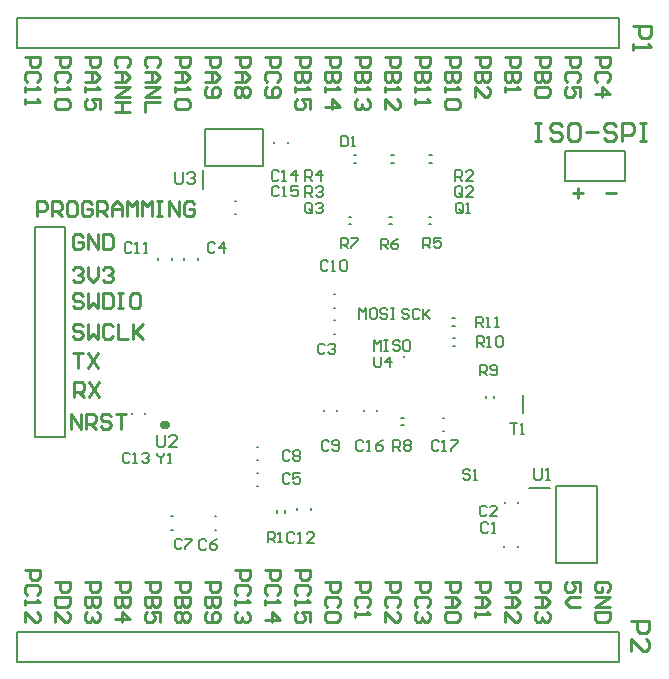
<source format=gto>
G04*
G04 #@! TF.GenerationSoftware,Altium Limited,Altium Designer,21.2.0 (30)*
G04*
G04 Layer_Color=65535*
%FSLAX25Y25*%
%MOIN*%
G70*
G04*
G04 #@! TF.SameCoordinates,77A29CB9-FCA2-4D4B-8533-71CC963FDA7C*
G04*
G04*
G04 #@! TF.FilePolarity,Positive*
G04*
G01*
G75*
%ADD10C,0.01000*%
%ADD11C,0.02756*%
%ADD12C,0.00787*%
%ADD13C,0.00800*%
%ADD14C,0.01000*%
D10*
X395897Y312800D02*
D03*
D11*
X316622Y290138D02*
X316032D01*
X316622D01*
D12*
X435544Y294121D02*
Y300223D01*
X425879Y299106D02*
Y299894D01*
X423320Y299106D02*
Y299894D01*
X446610Y269695D02*
X460390D01*
Y244105D02*
Y269695D01*
X446610Y244105D02*
X460390D01*
X446610D02*
Y269695D01*
X437653Y269203D02*
X444543D01*
X433995Y264187D02*
Y264580D01*
X429467Y264187D02*
Y264580D01*
X433964Y249603D02*
Y249997D01*
X429436Y249603D02*
Y249997D01*
X449700Y381600D02*
X469700D01*
X449700Y371600D02*
Y381600D01*
Y371600D02*
X469700D01*
Y381600D01*
X339603Y364964D02*
X339997D01*
X339603Y360436D02*
X339997D01*
X267000Y221300D02*
X467500D01*
Y211300D02*
Y221300D01*
X267000Y211300D02*
X467500D01*
X267000D02*
Y221300D01*
Y426000D02*
X467500D01*
Y416000D02*
Y426000D01*
X267000Y416000D02*
X467500D01*
X267000D02*
Y426000D01*
X357264Y384103D02*
Y384497D01*
X352736Y384103D02*
Y384497D01*
X328944Y368920D02*
Y375023D01*
X329554Y376401D02*
X348846D01*
Y388999D01*
X329554D02*
X348846D01*
X329554Y376401D02*
Y388999D01*
X391791Y377558D02*
X392579D01*
X391791Y380117D02*
X392579D01*
X379176Y377558D02*
X379963D01*
X379176Y380117D02*
X379963D01*
X404406Y377558D02*
X405194D01*
X404406Y380117D02*
X405194D01*
X404306Y357052D02*
X405094D01*
X404306Y359611D02*
X405094D01*
X391106Y357052D02*
X391894D01*
X391106Y359611D02*
X391894D01*
X377506Y357052D02*
X378294D01*
X377506Y359611D02*
X378294D01*
X333003Y259802D02*
X333397D01*
X333003Y255274D02*
X333397D01*
X318420Y255274D02*
X318813D01*
X318420Y259802D02*
X318813D01*
X305236Y293803D02*
Y294197D01*
X309764Y293803D02*
Y294197D01*
X356279Y260906D02*
Y261694D01*
X353720Y260906D02*
Y261694D01*
X364964Y262003D02*
Y262397D01*
X360436Y262003D02*
Y262397D01*
X327242Y345332D02*
Y345725D01*
X322714Y345332D02*
Y345725D01*
X314036Y345332D02*
Y345725D01*
X318564Y345332D02*
Y345725D01*
X412106Y325789D02*
X412894D01*
X412106Y323230D02*
X412894D01*
X412206Y316521D02*
X412994D01*
X412206Y319079D02*
X412994D01*
X395106Y290067D02*
X395894D01*
X395106Y292626D02*
X395894D01*
X372521Y333764D02*
X372914D01*
X372521Y329236D02*
X372914D01*
X372521Y320558D02*
X372914D01*
X372521Y325086D02*
X372914D01*
X408903Y292626D02*
X409297D01*
X408903Y288098D02*
X409297D01*
X382590Y294903D02*
Y295297D01*
X387117Y294903D02*
Y295297D01*
X373764Y294803D02*
Y295197D01*
X369236Y294803D02*
Y295197D01*
X346803Y278436D02*
X347197D01*
X346803Y282964D02*
X347197D01*
X346803Y269758D02*
X347197D01*
X346803Y274285D02*
X347197D01*
X272900Y356300D02*
X282900D01*
Y286300D02*
Y356300D01*
X272900Y286300D02*
X282900D01*
X272900D02*
Y356300D01*
D13*
X386084Y312949D02*
Y310034D01*
X386667Y309451D01*
X387834D01*
X388417Y310034D01*
Y312949D01*
X391333Y309451D02*
Y312949D01*
X389583Y311200D01*
X391916D01*
X381069Y325551D02*
Y329049D01*
X382235Y327883D01*
X383401Y329049D01*
Y325551D01*
X386317Y329049D02*
X385151D01*
X384567Y328466D01*
Y326134D01*
X385151Y325551D01*
X386317D01*
X386900Y326134D01*
Y328466D01*
X386317Y329049D01*
X390399Y328466D02*
X389816Y329049D01*
X388649D01*
X388066Y328466D01*
Y327883D01*
X388649Y327300D01*
X389816D01*
X390399Y326717D01*
Y326134D01*
X389816Y325551D01*
X388649D01*
X388066Y326134D01*
X391565Y329049D02*
X392731D01*
X392148D01*
Y325551D01*
X391565D01*
X392731D01*
X385877Y314951D02*
Y318449D01*
X387043Y317283D01*
X388210Y318449D01*
Y314951D01*
X389376Y318449D02*
X390542D01*
X389959D01*
Y314951D01*
X389376D01*
X390542D01*
X394624Y317866D02*
X394041Y318449D01*
X392875D01*
X392292Y317866D01*
Y317283D01*
X392875Y316700D01*
X394041D01*
X394624Y316117D01*
Y315534D01*
X394041Y314951D01*
X392875D01*
X392292Y315534D01*
X397540Y318449D02*
X396374D01*
X395790Y317866D01*
Y315534D01*
X396374Y314951D01*
X397540D01*
X398123Y315534D01*
Y317866D01*
X397540Y318449D01*
X397667Y328366D02*
X397084Y328949D01*
X395918D01*
X395335Y328366D01*
Y327783D01*
X395918Y327200D01*
X397084D01*
X397667Y326617D01*
Y326034D01*
X397084Y325451D01*
X395918D01*
X395335Y326034D01*
X401166Y328366D02*
X400583Y328949D01*
X399417D01*
X398834Y328366D01*
Y326034D01*
X399417Y325451D01*
X400583D01*
X401166Y326034D01*
X402333Y328949D02*
Y325451D01*
Y326617D01*
X404665Y328949D01*
X402916Y327200D01*
X404665Y325451D01*
X313767Y280849D02*
Y280266D01*
X314934Y279100D01*
X316100Y280266D01*
Y280849D01*
X314934Y279100D02*
Y277351D01*
X317266D02*
X318433D01*
X317849D01*
Y280849D01*
X317266Y280266D01*
X319568Y374599D02*
Y371267D01*
X320234Y370601D01*
X321567D01*
X322234Y371267D01*
Y374599D01*
X323567Y373933D02*
X324233Y374599D01*
X325566D01*
X326232Y373933D01*
Y373266D01*
X325566Y372600D01*
X324899D01*
X325566D01*
X326232Y371934D01*
Y371267D01*
X325566Y370601D01*
X324233D01*
X323567Y371267D01*
X313468Y286799D02*
Y283467D01*
X314134Y282801D01*
X315467D01*
X316134Y283467D01*
Y286799D01*
X320132Y282801D02*
X317466D01*
X320132Y285466D01*
Y286133D01*
X319466Y286799D01*
X318133D01*
X317466Y286133D01*
X439134Y275699D02*
Y272367D01*
X439801Y271701D01*
X441134D01*
X441800Y272367D01*
Y275699D01*
X443133Y271701D02*
X444466D01*
X443799D01*
Y275699D01*
X443133Y275033D01*
X431367Y290749D02*
X433700D01*
X432534D01*
Y287251D01*
X434866D02*
X436033D01*
X435449D01*
Y290749D01*
X434866Y290166D01*
X418000Y274866D02*
X417417Y275449D01*
X416251D01*
X415667Y274866D01*
Y274283D01*
X416251Y273700D01*
X417417D01*
X418000Y273117D01*
Y272534D01*
X417417Y271951D01*
X416251D01*
X415667Y272534D01*
X419166Y271951D02*
X420333D01*
X419749D01*
Y275449D01*
X419166Y274866D01*
X420010Y322851D02*
Y326349D01*
X421759D01*
X422342Y325766D01*
Y324600D01*
X421759Y324017D01*
X420010D01*
X421176D02*
X422342Y322851D01*
X423508D02*
X424675D01*
X424092D01*
Y326349D01*
X423508Y325766D01*
X426424Y322851D02*
X427590D01*
X427007D01*
Y326349D01*
X426424Y325766D01*
X420226Y316251D02*
Y319749D01*
X421976D01*
X422559Y319166D01*
Y318000D01*
X421976Y317417D01*
X420226D01*
X421393D02*
X422559Y316251D01*
X423725D02*
X424892D01*
X424308D01*
Y319749D01*
X423725Y319166D01*
X426641D02*
X427224Y319749D01*
X428390D01*
X428974Y319166D01*
Y316834D01*
X428390Y316251D01*
X427224D01*
X426641Y316834D01*
Y319166D01*
X421275Y306766D02*
Y310265D01*
X423024D01*
X423607Y309682D01*
Y308515D01*
X423024Y307932D01*
X421275D01*
X422441D02*
X423607Y306766D01*
X424774Y307349D02*
X425357Y306766D01*
X426523D01*
X427106Y307349D01*
Y309682D01*
X426523Y310265D01*
X425357D01*
X424774Y309682D01*
Y309098D01*
X425357Y308515D01*
X427106D01*
X392384Y281651D02*
Y285149D01*
X394134D01*
X394717Y284566D01*
Y283400D01*
X394134Y282817D01*
X392384D01*
X393551D02*
X394717Y281651D01*
X395883Y284566D02*
X396466Y285149D01*
X397633D01*
X398216Y284566D01*
Y283983D01*
X397633Y283400D01*
X398216Y282817D01*
Y282234D01*
X397633Y281651D01*
X396466D01*
X395883Y282234D01*
Y282817D01*
X396466Y283400D01*
X395883Y283983D01*
Y284566D01*
X396466Y283400D02*
X397633D01*
X374884Y349051D02*
Y352549D01*
X376634D01*
X377217Y351966D01*
Y350800D01*
X376634Y350217D01*
X374884D01*
X376051D02*
X377217Y349051D01*
X378383Y352549D02*
X380716D01*
Y351966D01*
X378383Y349634D01*
Y349051D01*
X388284Y348851D02*
Y352349D01*
X390034D01*
X390617Y351766D01*
Y350600D01*
X390034Y350017D01*
X388284D01*
X389451D02*
X390617Y348851D01*
X394116Y352349D02*
X392949Y351766D01*
X391783Y350600D01*
Y349434D01*
X392366Y348851D01*
X393533D01*
X394116Y349434D01*
Y350017D01*
X393533Y350600D01*
X391783D01*
X402384Y349151D02*
Y352649D01*
X404134D01*
X404717Y352066D01*
Y350900D01*
X404134Y350317D01*
X402384D01*
X403551D02*
X404717Y349151D01*
X408216Y352649D02*
X405883D01*
Y350900D01*
X407049Y351483D01*
X407633D01*
X408216Y350900D01*
Y349734D01*
X407633Y349151D01*
X406466D01*
X405883Y349734D01*
X363084Y371651D02*
Y375149D01*
X364834D01*
X365417Y374566D01*
Y373400D01*
X364834Y372817D01*
X363084D01*
X364251D02*
X365417Y371651D01*
X368333D02*
Y375149D01*
X366583Y373400D01*
X368916D01*
X363084Y366251D02*
Y369749D01*
X364834D01*
X365417Y369166D01*
Y368000D01*
X364834Y367417D01*
X363084D01*
X364251D02*
X365417Y366251D01*
X366583Y369166D02*
X367166Y369749D01*
X368333D01*
X368916Y369166D01*
Y368583D01*
X368333Y368000D01*
X367749D01*
X368333D01*
X368916Y367417D01*
Y366834D01*
X368333Y366251D01*
X367166D01*
X366583Y366834D01*
X413084Y371651D02*
Y375149D01*
X414834D01*
X415417Y374566D01*
Y373400D01*
X414834Y372817D01*
X413084D01*
X414251D02*
X415417Y371651D01*
X418916D02*
X416583D01*
X418916Y373983D01*
Y374566D01*
X418333Y375149D01*
X417166D01*
X416583Y374566D01*
X350467Y251051D02*
Y254549D01*
X352217D01*
X352800Y253966D01*
Y252800D01*
X352217Y252217D01*
X350467D01*
X351634D02*
X352800Y251051D01*
X353966D02*
X355133D01*
X354549D01*
Y254549D01*
X353966Y253966D01*
X365317Y361434D02*
Y363766D01*
X364734Y364349D01*
X363567D01*
X362984Y363766D01*
Y361434D01*
X363567Y360851D01*
X364734D01*
X364151Y362017D02*
X365317Y360851D01*
X364734D02*
X365317Y361434D01*
X366483Y363766D02*
X367066Y364349D01*
X368233D01*
X368816Y363766D01*
Y363183D01*
X368233Y362600D01*
X367649D01*
X368233D01*
X368816Y362017D01*
Y361434D01*
X368233Y360851D01*
X367066D01*
X366483Y361434D01*
X415417Y366834D02*
Y369166D01*
X414834Y369749D01*
X413667D01*
X413084Y369166D01*
Y366834D01*
X413667Y366251D01*
X414834D01*
X414251Y367417D02*
X415417Y366251D01*
X414834D02*
X415417Y366834D01*
X418916Y366251D02*
X416583D01*
X418916Y368583D01*
Y369166D01*
X418333Y369749D01*
X417166D01*
X416583Y369166D01*
X415500Y361434D02*
Y363766D01*
X414917Y364349D01*
X413751D01*
X413167Y363766D01*
Y361434D01*
X413751Y360851D01*
X414917D01*
X414334Y362017D02*
X415500Y360851D01*
X414917D02*
X415500Y361434D01*
X416666Y360851D02*
X417833D01*
X417249D01*
Y364349D01*
X416666Y363766D01*
X374967Y386549D02*
Y383051D01*
X376717D01*
X377300Y383634D01*
Y385966D01*
X376717Y386549D01*
X374967D01*
X378466Y383051D02*
X379633D01*
X379049D01*
Y386549D01*
X378466Y385966D01*
X407559Y284566D02*
X406976Y285149D01*
X405810D01*
X405226Y284566D01*
Y282234D01*
X405810Y281651D01*
X406976D01*
X407559Y282234D01*
X408725Y281651D02*
X409892D01*
X409308D01*
Y285149D01*
X408725Y284566D01*
X411641Y285149D02*
X413974D01*
Y284566D01*
X411641Y282234D01*
Y281651D01*
X382412Y284566D02*
X381829Y285149D01*
X380663D01*
X380080Y284566D01*
Y282234D01*
X380663Y281651D01*
X381829D01*
X382412Y282234D01*
X383579Y281651D02*
X384745D01*
X384162D01*
Y285149D01*
X383579Y284566D01*
X388827Y285149D02*
X387661Y284566D01*
X386494Y283400D01*
Y282234D01*
X387077Y281651D01*
X388244D01*
X388827Y282234D01*
Y282817D01*
X388244Y283400D01*
X386494D01*
X354359Y369266D02*
X353776Y369849D01*
X352610D01*
X352026Y369266D01*
Y366934D01*
X352610Y366351D01*
X353776D01*
X354359Y366934D01*
X355525Y366351D02*
X356692D01*
X356108D01*
Y369849D01*
X355525Y369266D01*
X360774Y369849D02*
X358441D01*
Y368100D01*
X359607Y368683D01*
X360190D01*
X360774Y368100D01*
Y366934D01*
X360190Y366351D01*
X359024D01*
X358441Y366934D01*
X354159Y374566D02*
X353576Y375149D01*
X352410D01*
X351826Y374566D01*
Y372234D01*
X352410Y371651D01*
X353576D01*
X354159Y372234D01*
X355325Y371651D02*
X356492D01*
X355908D01*
Y375149D01*
X355325Y374566D01*
X359990Y371651D02*
Y375149D01*
X358241Y373400D01*
X360574D01*
X304559Y280366D02*
X303976Y280949D01*
X302810D01*
X302226Y280366D01*
Y278034D01*
X302810Y277451D01*
X303976D01*
X304559Y278034D01*
X305725Y277451D02*
X306892D01*
X306308D01*
Y280949D01*
X305725Y280366D01*
X308641D02*
X309224Y280949D01*
X310390D01*
X310974Y280366D01*
Y279783D01*
X310390Y279200D01*
X309807D01*
X310390D01*
X310974Y278617D01*
Y278034D01*
X310390Y277451D01*
X309224D01*
X308641Y278034D01*
X359459Y253866D02*
X358876Y254449D01*
X357710D01*
X357126Y253866D01*
Y251534D01*
X357710Y250951D01*
X358876D01*
X359459Y251534D01*
X360625Y250951D02*
X361792D01*
X361208D01*
Y254449D01*
X360625Y253866D01*
X365874Y250951D02*
X363541D01*
X365874Y253283D01*
Y253866D01*
X365290Y254449D01*
X364124D01*
X363541Y253866D01*
X305142Y350466D02*
X304559Y351049D01*
X303393D01*
X302810Y350466D01*
Y348134D01*
X303393Y347551D01*
X304559D01*
X305142Y348134D01*
X306308Y347551D02*
X307475D01*
X306892D01*
Y351049D01*
X306308Y350466D01*
X309224Y347551D02*
X310390D01*
X309807D01*
Y351049D01*
X309224Y350466D01*
X370659Y344566D02*
X370076Y345149D01*
X368910D01*
X368326Y344566D01*
Y342234D01*
X368910Y341651D01*
X370076D01*
X370659Y342234D01*
X371825Y341651D02*
X372992D01*
X372408D01*
Y345149D01*
X371825Y344566D01*
X374741D02*
X375324Y345149D01*
X376490D01*
X377074Y344566D01*
Y342234D01*
X376490Y341651D01*
X375324D01*
X374741Y342234D01*
Y344566D01*
X370917Y284566D02*
X370334Y285149D01*
X369167D01*
X368584Y284566D01*
Y282234D01*
X369167Y281651D01*
X370334D01*
X370917Y282234D01*
X372083D02*
X372666Y281651D01*
X373833D01*
X374416Y282234D01*
Y284566D01*
X373833Y285149D01*
X372666D01*
X372083Y284566D01*
Y283983D01*
X372666Y283400D01*
X374416D01*
X357917Y281166D02*
X357334Y281749D01*
X356167D01*
X355584Y281166D01*
Y278834D01*
X356167Y278251D01*
X357334D01*
X357917Y278834D01*
X359083Y281166D02*
X359666Y281749D01*
X360833D01*
X361416Y281166D01*
Y280583D01*
X360833Y280000D01*
X361416Y279417D01*
Y278834D01*
X360833Y278251D01*
X359666D01*
X359083Y278834D01*
Y279417D01*
X359666Y280000D01*
X359083Y280583D01*
Y281166D01*
X359666Y280000D02*
X360833D01*
X321917Y251766D02*
X321334Y252349D01*
X320167D01*
X319584Y251766D01*
Y249434D01*
X320167Y248851D01*
X321334D01*
X321917Y249434D01*
X323083Y252349D02*
X325416D01*
Y251766D01*
X323083Y249434D01*
Y248851D01*
X330117Y251566D02*
X329534Y252149D01*
X328367D01*
X327784Y251566D01*
Y249234D01*
X328367Y248651D01*
X329534D01*
X330117Y249234D01*
X333616Y252149D02*
X332449Y251566D01*
X331283Y250400D01*
Y249234D01*
X331866Y248651D01*
X333033D01*
X333616Y249234D01*
Y249817D01*
X333033Y250400D01*
X331283D01*
X357917Y273466D02*
X357334Y274049D01*
X356167D01*
X355584Y273466D01*
Y271134D01*
X356167Y270551D01*
X357334D01*
X357917Y271134D01*
X361416Y274049D02*
X359083D01*
Y272300D01*
X360249Y272883D01*
X360833D01*
X361416Y272300D01*
Y271134D01*
X360833Y270551D01*
X359666D01*
X359083Y271134D01*
X333017Y350466D02*
X332434Y351049D01*
X331267D01*
X330684Y350466D01*
Y348134D01*
X331267Y347551D01*
X332434D01*
X333017Y348134D01*
X335933Y347551D02*
Y351049D01*
X334183Y349300D01*
X336516D01*
X369617Y316766D02*
X369034Y317349D01*
X367867D01*
X367284Y316766D01*
Y314434D01*
X367867Y313851D01*
X369034D01*
X369617Y314434D01*
X370783Y316766D02*
X371366Y317349D01*
X372533D01*
X373116Y316766D01*
Y316183D01*
X372533Y315600D01*
X371949D01*
X372533D01*
X373116Y315017D01*
Y314434D01*
X372533Y313851D01*
X371366D01*
X370783Y314434D01*
X423517Y262766D02*
X422934Y263349D01*
X421767D01*
X421184Y262766D01*
Y260434D01*
X421767Y259851D01*
X422934D01*
X423517Y260434D01*
X427016Y259851D02*
X424683D01*
X427016Y262183D01*
Y262766D01*
X426433Y263349D01*
X425266D01*
X424683Y262766D01*
X424100Y257166D02*
X423517Y257749D01*
X422351D01*
X421767Y257166D01*
Y254834D01*
X422351Y254251D01*
X423517D01*
X424100Y254834D01*
X425266Y254251D02*
X426433D01*
X425849D01*
Y257749D01*
X425266Y257166D01*
D14*
X463665Y234668D02*
X464498Y235501D01*
Y237167D01*
X463665Y238000D01*
X460333D01*
X459500Y237167D01*
Y235501D01*
X460333Y234668D01*
X461999D01*
Y236334D01*
X459500Y233002D02*
X464498D01*
X459500Y229669D01*
X464498D01*
Y228003D02*
X459500D01*
Y225504D01*
X460333Y224671D01*
X463665D01*
X464498Y225504D01*
Y228003D01*
X454498Y234668D02*
Y238000D01*
X451999D01*
X452832Y236334D01*
Y235501D01*
X451999Y234668D01*
X450333D01*
X449500Y235501D01*
Y237167D01*
X450333Y238000D01*
X454498Y233002D02*
X451166D01*
X449500Y231335D01*
X451166Y229669D01*
X454498D01*
X463300Y367600D02*
X466632D01*
X452400Y367566D02*
X455732D01*
X454066Y369232D02*
Y365900D01*
X284900Y289000D02*
Y293998D01*
X288232Y289000D01*
Y293998D01*
X289898Y289000D02*
Y293998D01*
X292398D01*
X293231Y293165D01*
Y291499D01*
X292398Y290666D01*
X289898D01*
X291564D02*
X293231Y289000D01*
X298229Y293165D02*
X297396Y293998D01*
X295730D01*
X294897Y293165D01*
Y292332D01*
X295730Y291499D01*
X297396D01*
X298229Y290666D01*
Y289833D01*
X297396Y289000D01*
X295730D01*
X294897Y289833D01*
X299895Y293998D02*
X303227D01*
X301561D01*
Y289000D01*
X286100Y299400D02*
Y304398D01*
X288599D01*
X289432Y303565D01*
Y301899D01*
X288599Y301066D01*
X286100D01*
X287766D02*
X289432Y299400D01*
X291098Y304398D02*
X294431Y299400D01*
Y304398D02*
X291098Y299400D01*
X285700Y314098D02*
X289032D01*
X287366D01*
Y309100D01*
X290698Y314098D02*
X294031Y309100D01*
Y314098D02*
X290698Y309100D01*
X288832Y323165D02*
X287999Y323998D01*
X286333D01*
X285500Y323165D01*
Y322332D01*
X286333Y321499D01*
X287999D01*
X288832Y320666D01*
Y319833D01*
X287999Y319000D01*
X286333D01*
X285500Y319833D01*
X290498Y323998D02*
Y319000D01*
X292164Y320666D01*
X293831Y319000D01*
Y323998D01*
X298829Y323165D02*
X297996Y323998D01*
X296330D01*
X295497Y323165D01*
Y319833D01*
X296330Y319000D01*
X297996D01*
X298829Y319833D01*
X300495Y323998D02*
Y319000D01*
X303827D01*
X305493Y323998D02*
Y319000D01*
Y320666D01*
X308826Y323998D01*
X306327Y321499D01*
X308826Y319000D01*
X288832Y333265D02*
X287999Y334098D01*
X286333D01*
X285500Y333265D01*
Y332432D01*
X286333Y331599D01*
X287999D01*
X288832Y330766D01*
Y329933D01*
X287999Y329100D01*
X286333D01*
X285500Y329933D01*
X290498Y334098D02*
Y329100D01*
X292164Y330766D01*
X293831Y329100D01*
Y334098D01*
X295497D02*
Y329100D01*
X297996D01*
X298829Y329933D01*
Y333265D01*
X297996Y334098D01*
X295497D01*
X300495D02*
X302161D01*
X301328D01*
Y329100D01*
X300495D01*
X302161D01*
X307160Y334098D02*
X305493D01*
X304661Y333265D01*
Y329933D01*
X305493Y329100D01*
X307160D01*
X307993Y329933D01*
Y333265D01*
X307160Y334098D01*
X285500Y341965D02*
X286333Y342798D01*
X287999D01*
X288832Y341965D01*
Y341132D01*
X287999Y340299D01*
X287166D01*
X287999D01*
X288832Y339466D01*
Y338633D01*
X287999Y337800D01*
X286333D01*
X285500Y338633D01*
X290498Y342798D02*
Y339466D01*
X292164Y337800D01*
X293831Y339466D01*
Y342798D01*
X295497Y341965D02*
X296330Y342798D01*
X297996D01*
X298829Y341965D01*
Y341132D01*
X297996Y340299D01*
X297163D01*
X297996D01*
X298829Y339466D01*
Y338633D01*
X297996Y337800D01*
X296330D01*
X295497Y338633D01*
X288932Y352865D02*
X288099Y353698D01*
X286433D01*
X285600Y352865D01*
Y349533D01*
X286433Y348700D01*
X288099D01*
X288932Y349533D01*
Y351199D01*
X287266D01*
X290598Y348700D02*
Y353698D01*
X293931Y348700D01*
Y353698D01*
X295597D02*
Y348700D01*
X298096D01*
X298929Y349533D01*
Y352865D01*
X298096Y353698D01*
X295597D01*
X439500Y238000D02*
X444498D01*
Y235501D01*
X443665Y234668D01*
X441999D01*
X441166Y235501D01*
Y238000D01*
X439500Y233002D02*
X442832D01*
X444498Y231335D01*
X442832Y229669D01*
X439500D01*
X441999D01*
Y233002D01*
X443665Y228003D02*
X444498Y227170D01*
Y225504D01*
X443665Y224671D01*
X442832D01*
X441999Y225504D01*
Y226337D01*
Y225504D01*
X441166Y224671D01*
X440333D01*
X439500Y225504D01*
Y227170D01*
X440333Y228003D01*
X429500Y238000D02*
X434498D01*
Y235501D01*
X433665Y234668D01*
X431999D01*
X431166Y235501D01*
Y238000D01*
X429500Y233002D02*
X432832D01*
X434498Y231335D01*
X432832Y229669D01*
X429500D01*
X431999D01*
Y233002D01*
X429500Y224671D02*
Y228003D01*
X432832Y224671D01*
X433665D01*
X434498Y225504D01*
Y227170D01*
X433665Y228003D01*
X419500Y238000D02*
X424498D01*
Y235501D01*
X423665Y234668D01*
X421999D01*
X421166Y235501D01*
Y238000D01*
X419500Y233002D02*
X422832D01*
X424498Y231335D01*
X422832Y229669D01*
X419500D01*
X421999D01*
Y233002D01*
X419500Y228003D02*
Y226337D01*
Y227170D01*
X424498D01*
X423665Y228003D01*
X409500Y238000D02*
X414498D01*
Y235501D01*
X413665Y234668D01*
X411999D01*
X411166Y235501D01*
Y238000D01*
X409500Y233002D02*
X412832D01*
X414498Y231335D01*
X412832Y229669D01*
X409500D01*
X411999D01*
Y233002D01*
X413665Y228003D02*
X414498Y227170D01*
Y225504D01*
X413665Y224671D01*
X410333D01*
X409500Y225504D01*
Y227170D01*
X410333Y228003D01*
X413665D01*
X399500Y238000D02*
X404498D01*
Y235501D01*
X403665Y234668D01*
X401999D01*
X401166Y235501D01*
Y238000D01*
X403665Y229669D02*
X404498Y230502D01*
Y232169D01*
X403665Y233002D01*
X400333D01*
X399500Y232169D01*
Y230502D01*
X400333Y229669D01*
X403665Y228003D02*
X404498Y227170D01*
Y225504D01*
X403665Y224671D01*
X402832D01*
X401999Y225504D01*
Y226337D01*
Y225504D01*
X401166Y224671D01*
X400333D01*
X399500Y225504D01*
Y227170D01*
X400333Y228003D01*
X389500Y238000D02*
X394498D01*
Y235501D01*
X393665Y234668D01*
X391999D01*
X391166Y235501D01*
Y238000D01*
X393665Y229669D02*
X394498Y230502D01*
Y232169D01*
X393665Y233002D01*
X390333D01*
X389500Y232169D01*
Y230502D01*
X390333Y229669D01*
X389500Y224671D02*
Y228003D01*
X392832Y224671D01*
X393665D01*
X394498Y225504D01*
Y227170D01*
X393665Y228003D01*
X379500Y238000D02*
X384498D01*
Y235501D01*
X383665Y234668D01*
X381999D01*
X381166Y235501D01*
Y238000D01*
X383665Y229669D02*
X384498Y230502D01*
Y232169D01*
X383665Y233002D01*
X380333D01*
X379500Y232169D01*
Y230502D01*
X380333Y229669D01*
X379500Y228003D02*
Y226337D01*
Y227170D01*
X384498D01*
X383665Y228003D01*
X369500Y238000D02*
X374498D01*
Y235501D01*
X373665Y234668D01*
X371999D01*
X371166Y235501D01*
Y238000D01*
X373665Y229669D02*
X374498Y230502D01*
Y232169D01*
X373665Y233002D01*
X370333D01*
X369500Y232169D01*
Y230502D01*
X370333Y229669D01*
X373665Y228003D02*
X374498Y227170D01*
Y225504D01*
X373665Y224671D01*
X370333D01*
X369500Y225504D01*
Y227170D01*
X370333Y228003D01*
X373665D01*
X359500Y242000D02*
X364498D01*
Y239501D01*
X363665Y238668D01*
X361999D01*
X361166Y239501D01*
Y242000D01*
X363665Y233669D02*
X364498Y234502D01*
Y236169D01*
X363665Y237002D01*
X360333D01*
X359500Y236169D01*
Y234502D01*
X360333Y233669D01*
X359500Y232003D02*
Y230337D01*
Y231170D01*
X364498D01*
X363665Y232003D01*
X364498Y224506D02*
Y227838D01*
X361999D01*
X362832Y226172D01*
Y225339D01*
X361999Y224506D01*
X360333D01*
X359500Y225339D01*
Y227005D01*
X360333Y227838D01*
X349500Y242000D02*
X354498D01*
Y239501D01*
X353665Y238668D01*
X351999D01*
X351166Y239501D01*
Y242000D01*
X353665Y233669D02*
X354498Y234502D01*
Y236169D01*
X353665Y237002D01*
X350333D01*
X349500Y236169D01*
Y234502D01*
X350333Y233669D01*
X349500Y232003D02*
Y230337D01*
Y231170D01*
X354498D01*
X353665Y232003D01*
X349500Y225339D02*
X354498D01*
X351999Y227838D01*
Y224506D01*
X339500Y242000D02*
X344498D01*
Y239501D01*
X343665Y238668D01*
X341999D01*
X341166Y239501D01*
Y242000D01*
X343665Y233669D02*
X344498Y234502D01*
Y236169D01*
X343665Y237002D01*
X340333D01*
X339500Y236169D01*
Y234502D01*
X340333Y233669D01*
X339500Y232003D02*
Y230337D01*
Y231170D01*
X344498D01*
X343665Y232003D01*
Y227838D02*
X344498Y227005D01*
Y225339D01*
X343665Y224506D01*
X342832D01*
X341999Y225339D01*
Y226172D01*
Y225339D01*
X341166Y224506D01*
X340333D01*
X339500Y225339D01*
Y227005D01*
X340333Y227838D01*
X329500Y238000D02*
X334498D01*
Y235501D01*
X333665Y234668D01*
X331999D01*
X331166Y235501D01*
Y238000D01*
X334498Y233002D02*
X329500D01*
Y230502D01*
X330333Y229669D01*
X331166D01*
X331999Y230502D01*
Y233002D01*
Y230502D01*
X332832Y229669D01*
X333665D01*
X334498Y230502D01*
Y233002D01*
X330333Y228003D02*
X329500Y227170D01*
Y225504D01*
X330333Y224671D01*
X333665D01*
X334498Y225504D01*
Y227170D01*
X333665Y228003D01*
X332832D01*
X331999Y227170D01*
Y224671D01*
X319500Y238000D02*
X324498D01*
Y235501D01*
X323665Y234668D01*
X321999D01*
X321166Y235501D01*
Y238000D01*
X324498Y233002D02*
X319500D01*
Y230502D01*
X320333Y229669D01*
X321166D01*
X321999Y230502D01*
Y233002D01*
Y230502D01*
X322832Y229669D01*
X323665D01*
X324498Y230502D01*
Y233002D01*
X323665Y228003D02*
X324498Y227170D01*
Y225504D01*
X323665Y224671D01*
X322832D01*
X321999Y225504D01*
X321166Y224671D01*
X320333D01*
X319500Y225504D01*
Y227170D01*
X320333Y228003D01*
X321166D01*
X321999Y227170D01*
X322832Y228003D01*
X323665D01*
X321999Y227170D02*
Y225504D01*
X309500Y238000D02*
X314498D01*
Y235501D01*
X313665Y234668D01*
X311999D01*
X311166Y235501D01*
Y238000D01*
X314498Y233002D02*
X309500D01*
Y230502D01*
X310333Y229669D01*
X311166D01*
X311999Y230502D01*
Y233002D01*
Y230502D01*
X312832Y229669D01*
X313665D01*
X314498Y230502D01*
Y233002D01*
Y224671D02*
Y228003D01*
X311999D01*
X312832Y226337D01*
Y225504D01*
X311999Y224671D01*
X310333D01*
X309500Y225504D01*
Y227170D01*
X310333Y228003D01*
X299500Y238000D02*
X304498D01*
Y235501D01*
X303665Y234668D01*
X301999D01*
X301166Y235501D01*
Y238000D01*
X304498Y233002D02*
X299500D01*
Y230502D01*
X300333Y229669D01*
X301166D01*
X301999Y230502D01*
Y233002D01*
Y230502D01*
X302832Y229669D01*
X303665D01*
X304498Y230502D01*
Y233002D01*
X299500Y225504D02*
X304498D01*
X301999Y228003D01*
Y224671D01*
X289500Y238000D02*
X294498D01*
Y235501D01*
X293665Y234668D01*
X291999D01*
X291166Y235501D01*
Y238000D01*
X294498Y233002D02*
X289500D01*
Y230502D01*
X290333Y229669D01*
X291166D01*
X291999Y230502D01*
Y233002D01*
Y230502D01*
X292832Y229669D01*
X293665D01*
X294498Y230502D01*
Y233002D01*
X293665Y228003D02*
X294498Y227170D01*
Y225504D01*
X293665Y224671D01*
X292832D01*
X291999Y225504D01*
Y226337D01*
Y225504D01*
X291166Y224671D01*
X290333D01*
X289500Y225504D01*
Y227170D01*
X290333Y228003D01*
X279500Y238000D02*
X284498D01*
Y235501D01*
X283665Y234668D01*
X281999D01*
X281166Y235501D01*
Y238000D01*
X284498Y233002D02*
X279500D01*
Y230502D01*
X280333Y229669D01*
X283665D01*
X284498Y230502D01*
Y233002D01*
X279500Y224671D02*
Y228003D01*
X282832Y224671D01*
X283665D01*
X284498Y225504D01*
Y227170D01*
X283665Y228003D01*
X269500Y242000D02*
X274498D01*
Y239501D01*
X273665Y238668D01*
X271999D01*
X271166Y239501D01*
Y242000D01*
X273665Y233669D02*
X274498Y234502D01*
Y236169D01*
X273665Y237002D01*
X270333D01*
X269500Y236169D01*
Y234502D01*
X270333Y233669D01*
X269500Y232003D02*
Y230337D01*
Y231170D01*
X274498D01*
X273665Y232003D01*
X269500Y224506D02*
Y227838D01*
X272832Y224506D01*
X273665D01*
X274498Y225339D01*
Y227005D01*
X273665Y227838D01*
X459500Y413000D02*
X464498D01*
Y410501D01*
X463665Y409668D01*
X461999D01*
X461166Y410501D01*
Y413000D01*
X463665Y404669D02*
X464498Y405502D01*
Y407169D01*
X463665Y408002D01*
X460333D01*
X459500Y407169D01*
Y405502D01*
X460333Y404669D01*
X459500Y400504D02*
X464498D01*
X461999Y403003D01*
Y399671D01*
X449500Y413000D02*
X454498D01*
Y410501D01*
X453665Y409668D01*
X451999D01*
X451166Y410501D01*
Y413000D01*
X453665Y404669D02*
X454498Y405502D01*
Y407169D01*
X453665Y408002D01*
X450333D01*
X449500Y407169D01*
Y405502D01*
X450333Y404669D01*
X454498Y399671D02*
Y403003D01*
X451999D01*
X452832Y401337D01*
Y400504D01*
X451999Y399671D01*
X450333D01*
X449500Y400504D01*
Y402170D01*
X450333Y403003D01*
X439500Y413000D02*
X444498D01*
Y410501D01*
X443665Y409668D01*
X441999D01*
X441166Y410501D01*
Y413000D01*
X444498Y408002D02*
X439500D01*
Y405502D01*
X440333Y404669D01*
X441166D01*
X441999Y405502D01*
Y408002D01*
Y405502D01*
X442832Y404669D01*
X443665D01*
X444498Y405502D01*
Y408002D01*
X443665Y403003D02*
X444498Y402170D01*
Y400504D01*
X443665Y399671D01*
X440333D01*
X439500Y400504D01*
Y402170D01*
X440333Y403003D01*
X443665D01*
X429500Y413000D02*
X434498D01*
Y410501D01*
X433665Y409668D01*
X431999D01*
X431166Y410501D01*
Y413000D01*
X434498Y408002D02*
X429500D01*
Y405502D01*
X430333Y404669D01*
X431166D01*
X431999Y405502D01*
Y408002D01*
Y405502D01*
X432832Y404669D01*
X433665D01*
X434498Y405502D01*
Y408002D01*
X429500Y403003D02*
Y401337D01*
Y402170D01*
X434498D01*
X433665Y403003D01*
X419500Y413000D02*
X424498D01*
Y410501D01*
X423665Y409668D01*
X421999D01*
X421166Y410501D01*
Y413000D01*
X424498Y408002D02*
X419500D01*
Y405502D01*
X420333Y404669D01*
X421166D01*
X421999Y405502D01*
Y408002D01*
Y405502D01*
X422832Y404669D01*
X423665D01*
X424498Y405502D01*
Y408002D01*
X419500Y399671D02*
Y403003D01*
X422832Y399671D01*
X423665D01*
X424498Y400504D01*
Y402170D01*
X423665Y403003D01*
X409500Y413000D02*
X414498D01*
Y410501D01*
X413665Y409668D01*
X411999D01*
X411166Y410501D01*
Y413000D01*
X414498Y408002D02*
X409500D01*
Y405502D01*
X410333Y404669D01*
X411166D01*
X411999Y405502D01*
Y408002D01*
Y405502D01*
X412832Y404669D01*
X413665D01*
X414498Y405502D01*
Y408002D01*
X409500Y403003D02*
Y401337D01*
Y402170D01*
X414498D01*
X413665Y403003D01*
Y398838D02*
X414498Y398005D01*
Y396339D01*
X413665Y395506D01*
X410333D01*
X409500Y396339D01*
Y398005D01*
X410333Y398838D01*
X413665D01*
X399500Y413000D02*
X404498D01*
Y410501D01*
X403665Y409668D01*
X401999D01*
X401166Y410501D01*
Y413000D01*
X404498Y408002D02*
X399500D01*
Y405502D01*
X400333Y404669D01*
X401166D01*
X401999Y405502D01*
Y408002D01*
Y405502D01*
X402832Y404669D01*
X403665D01*
X404498Y405502D01*
Y408002D01*
X399500Y403003D02*
Y401337D01*
Y402170D01*
X404498D01*
X403665Y403003D01*
X399500Y398838D02*
Y397172D01*
Y398005D01*
X404498D01*
X403665Y398838D01*
X389500Y413000D02*
X394498D01*
Y410501D01*
X393665Y409668D01*
X391999D01*
X391166Y410501D01*
Y413000D01*
X394498Y408002D02*
X389500D01*
Y405502D01*
X390333Y404669D01*
X391166D01*
X391999Y405502D01*
Y408002D01*
Y405502D01*
X392832Y404669D01*
X393665D01*
X394498Y405502D01*
Y408002D01*
X389500Y403003D02*
Y401337D01*
Y402170D01*
X394498D01*
X393665Y403003D01*
X389500Y395506D02*
Y398838D01*
X392832Y395506D01*
X393665D01*
X394498Y396339D01*
Y398005D01*
X393665Y398838D01*
X379500Y413000D02*
X384498D01*
Y410501D01*
X383665Y409668D01*
X381999D01*
X381166Y410501D01*
Y413000D01*
X384498Y408002D02*
X379500D01*
Y405502D01*
X380333Y404669D01*
X381166D01*
X381999Y405502D01*
Y408002D01*
Y405502D01*
X382832Y404669D01*
X383665D01*
X384498Y405502D01*
Y408002D01*
X379500Y403003D02*
Y401337D01*
Y402170D01*
X384498D01*
X383665Y403003D01*
Y398838D02*
X384498Y398005D01*
Y396339D01*
X383665Y395506D01*
X382832D01*
X381999Y396339D01*
Y397172D01*
Y396339D01*
X381166Y395506D01*
X380333D01*
X379500Y396339D01*
Y398005D01*
X380333Y398838D01*
X369500Y413000D02*
X374498D01*
Y410501D01*
X373665Y409668D01*
X371999D01*
X371166Y410501D01*
Y413000D01*
X374498Y408002D02*
X369500D01*
Y405502D01*
X370333Y404669D01*
X371166D01*
X371999Y405502D01*
Y408002D01*
Y405502D01*
X372832Y404669D01*
X373665D01*
X374498Y405502D01*
Y408002D01*
X369500Y403003D02*
Y401337D01*
Y402170D01*
X374498D01*
X373665Y403003D01*
X369500Y396339D02*
X374498D01*
X371999Y398838D01*
Y395506D01*
X359500Y413000D02*
X364498D01*
Y410501D01*
X363665Y409668D01*
X361999D01*
X361166Y410501D01*
Y413000D01*
X364498Y408002D02*
X359500D01*
Y405502D01*
X360333Y404669D01*
X361166D01*
X361999Y405502D01*
Y408002D01*
Y405502D01*
X362832Y404669D01*
X363665D01*
X364498Y405502D01*
Y408002D01*
X359500Y403003D02*
Y401337D01*
Y402170D01*
X364498D01*
X363665Y403003D01*
X364498Y395506D02*
Y398838D01*
X361999D01*
X362832Y397172D01*
Y396339D01*
X361999Y395506D01*
X360333D01*
X359500Y396339D01*
Y398005D01*
X360333Y398838D01*
X349500Y413000D02*
X354498D01*
Y410501D01*
X353665Y409668D01*
X351999D01*
X351166Y410501D01*
Y413000D01*
X353665Y404669D02*
X354498Y405502D01*
Y407169D01*
X353665Y408002D01*
X350333D01*
X349500Y407169D01*
Y405502D01*
X350333Y404669D01*
Y403003D02*
X349500Y402170D01*
Y400504D01*
X350333Y399671D01*
X353665D01*
X354498Y400504D01*
Y402170D01*
X353665Y403003D01*
X352832D01*
X351999Y402170D01*
Y399671D01*
X339500Y413000D02*
X344498D01*
Y410501D01*
X343665Y409668D01*
X341999D01*
X341166Y410501D01*
Y413000D01*
X339500Y408002D02*
X342832D01*
X344498Y406335D01*
X342832Y404669D01*
X339500D01*
X341999D01*
Y408002D01*
X343665Y403003D02*
X344498Y402170D01*
Y400504D01*
X343665Y399671D01*
X342832D01*
X341999Y400504D01*
X341166Y399671D01*
X340333D01*
X339500Y400504D01*
Y402170D01*
X340333Y403003D01*
X341166D01*
X341999Y402170D01*
X342832Y403003D01*
X343665D01*
X341999Y402170D02*
Y400504D01*
X329500Y413000D02*
X334498D01*
Y410501D01*
X333665Y409668D01*
X331999D01*
X331166Y410501D01*
Y413000D01*
X329500Y408002D02*
X332832D01*
X334498Y406335D01*
X332832Y404669D01*
X329500D01*
X331999D01*
Y408002D01*
X330333Y403003D02*
X329500Y402170D01*
Y400504D01*
X330333Y399671D01*
X333665D01*
X334498Y400504D01*
Y402170D01*
X333665Y403003D01*
X332832D01*
X331999Y402170D01*
Y399671D01*
X319500Y413000D02*
X324498D01*
Y410501D01*
X323665Y409668D01*
X321999D01*
X321166Y410501D01*
Y413000D01*
X319500Y408002D02*
X322832D01*
X324498Y406335D01*
X322832Y404669D01*
X319500D01*
X321999D01*
Y408002D01*
X319500Y403003D02*
Y401337D01*
Y402170D01*
X324498D01*
X323665Y403003D01*
Y398838D02*
X324498Y398005D01*
Y396339D01*
X323665Y395506D01*
X320333D01*
X319500Y396339D01*
Y398005D01*
X320333Y398838D01*
X323665D01*
X313665Y409668D02*
X314498Y410501D01*
Y412167D01*
X313665Y413000D01*
X310333D01*
X309500Y412167D01*
Y410501D01*
X310333Y409668D01*
X309500Y408002D02*
X312832D01*
X314498Y406335D01*
X312832Y404669D01*
X309500D01*
X311999D01*
Y408002D01*
X309500Y403003D02*
X314498D01*
X309500Y399671D01*
X314498D01*
Y398005D02*
X309500D01*
Y394673D01*
X303665Y409668D02*
X304498Y410501D01*
Y412167D01*
X303665Y413000D01*
X300333D01*
X299500Y412167D01*
Y410501D01*
X300333Y409668D01*
X299500Y408002D02*
X302832D01*
X304498Y406335D01*
X302832Y404669D01*
X299500D01*
X301999D01*
Y408002D01*
X299500Y403003D02*
X304498D01*
X299500Y399671D01*
X304498D01*
Y398005D02*
X299500D01*
X301999D01*
Y394673D01*
X304498D01*
X299500D01*
X289500Y413000D02*
X294498D01*
Y410501D01*
X293665Y409668D01*
X291999D01*
X291166Y410501D01*
Y413000D01*
X289500Y408002D02*
X292832D01*
X294498Y406335D01*
X292832Y404669D01*
X289500D01*
X291999D01*
Y408002D01*
X289500Y403003D02*
Y401337D01*
Y402170D01*
X294498D01*
X293665Y403003D01*
X294498Y395506D02*
Y398838D01*
X291999D01*
X292832Y397172D01*
Y396339D01*
X291999Y395506D01*
X290333D01*
X289500Y396339D01*
Y398005D01*
X290333Y398838D01*
X279500Y413000D02*
X284498D01*
Y410501D01*
X283665Y409668D01*
X281999D01*
X281166Y410501D01*
Y413000D01*
X283665Y404669D02*
X284498Y405502D01*
Y407169D01*
X283665Y408002D01*
X280333D01*
X279500Y407169D01*
Y405502D01*
X280333Y404669D01*
X279500Y403003D02*
Y401337D01*
Y402170D01*
X284498D01*
X283665Y403003D01*
Y398838D02*
X284498Y398005D01*
Y396339D01*
X283665Y395506D01*
X280333D01*
X279500Y396339D01*
Y398005D01*
X280333Y398838D01*
X283665D01*
X269500Y413000D02*
X274498D01*
Y410501D01*
X273665Y409668D01*
X271999D01*
X271166Y410501D01*
Y413000D01*
X273665Y404669D02*
X274498Y405502D01*
Y407169D01*
X273665Y408002D01*
X270333D01*
X269500Y407169D01*
Y405502D01*
X270333Y404669D01*
X269500Y403003D02*
Y401337D01*
Y402170D01*
X274498D01*
X273665Y403003D01*
X269500Y398838D02*
Y397172D01*
Y398005D01*
X274498D01*
X273665Y398838D01*
X439606Y390999D02*
X441605D01*
X440606D01*
Y385001D01*
X439606D01*
X441605D01*
X448603Y389999D02*
X447603Y390999D01*
X445604D01*
X444604Y389999D01*
Y389000D01*
X445604Y388000D01*
X447603D01*
X448603Y387000D01*
Y386001D01*
X447603Y385001D01*
X445604D01*
X444604Y386001D01*
X453602Y390999D02*
X451602D01*
X450602Y389999D01*
Y386001D01*
X451602Y385001D01*
X453602D01*
X454601Y386001D01*
Y389999D01*
X453602Y390999D01*
X456601Y388000D02*
X460599D01*
X466597Y389999D02*
X465598Y390999D01*
X463598D01*
X462599Y389999D01*
Y389000D01*
X463598Y388000D01*
X465598D01*
X466597Y387000D01*
Y386001D01*
X465598Y385001D01*
X463598D01*
X462599Y386001D01*
X468597Y385001D02*
Y390999D01*
X471596D01*
X472595Y389999D01*
Y388000D01*
X471596Y387000D01*
X468597D01*
X474595Y390999D02*
X476594D01*
X475594D01*
Y385001D01*
X474595D01*
X476594D01*
X273500Y359700D02*
Y364698D01*
X275999D01*
X276832Y363865D01*
Y362199D01*
X275999Y361366D01*
X273500D01*
X278498Y359700D02*
Y364698D01*
X280998D01*
X281831Y363865D01*
Y362199D01*
X280998Y361366D01*
X278498D01*
X280165D02*
X281831Y359700D01*
X285996Y364698D02*
X284330D01*
X283497Y363865D01*
Y360533D01*
X284330Y359700D01*
X285996D01*
X286829Y360533D01*
Y363865D01*
X285996Y364698D01*
X291827Y363865D02*
X290994Y364698D01*
X289328D01*
X288495Y363865D01*
Y360533D01*
X289328Y359700D01*
X290994D01*
X291827Y360533D01*
Y362199D01*
X290161D01*
X293494Y359700D02*
Y364698D01*
X295993D01*
X296826Y363865D01*
Y362199D01*
X295993Y361366D01*
X293494D01*
X295160D02*
X296826Y359700D01*
X298492D02*
Y363032D01*
X300158Y364698D01*
X301824Y363032D01*
Y359700D01*
Y362199D01*
X298492D01*
X303490Y359700D02*
Y364698D01*
X305156Y363032D01*
X306822Y364698D01*
Y359700D01*
X308489D02*
Y364698D01*
X310155Y363032D01*
X311821Y364698D01*
Y359700D01*
X313487Y364698D02*
X315153D01*
X314320D01*
Y359700D01*
X313487D01*
X315153D01*
X317652D02*
Y364698D01*
X320985Y359700D01*
Y364698D01*
X325983Y363865D02*
X325150Y364698D01*
X323484D01*
X322651Y363865D01*
Y360533D01*
X323484Y359700D01*
X325150D01*
X325983Y360533D01*
Y362199D01*
X324317D01*
X471501Y224698D02*
X477499D01*
Y221699D01*
X476499Y220700D01*
X474500D01*
X473500Y221699D01*
Y224698D01*
X471501Y214702D02*
Y218700D01*
X475500Y214702D01*
X476499D01*
X477499Y215701D01*
Y217701D01*
X476499Y218700D01*
X472401Y423299D02*
X478399D01*
Y420300D01*
X477399Y419300D01*
X475400D01*
X474400Y420300D01*
Y423299D01*
X472401Y417301D02*
Y415301D01*
Y416301D01*
X478399D01*
X477399Y417301D01*
M02*

</source>
